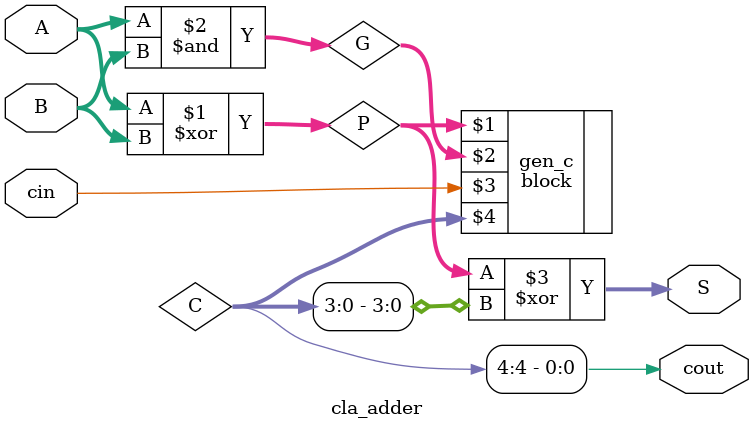
<source format=v>
`timescale 1ns / 1ps


module cla_adder(   input [3:0] A,B,
            input cin,
            output [3:0] S,
            output cout
            );
            
wire [3:0] P,G;
wire [4:0] C;   
    
//first level
assign P = A ^ B;
assign G = A & B;

//second level
block gen_c(P,G,cin,C);

//third level
assign S = P ^ C[3:0];
assign cout = C[4];

endmodule

</source>
